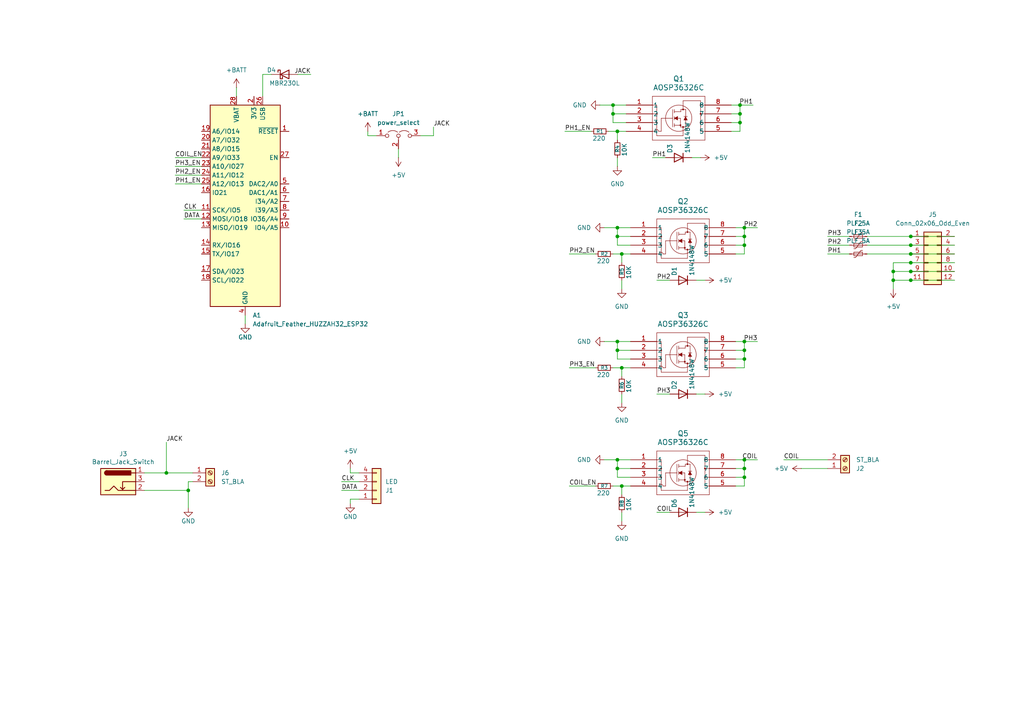
<source format=kicad_sch>
(kicad_sch (version 20250114) (generator "eeschema") (generator_version "9.0")
  (paper "A4")
  (lib_symbols
    (symbol "2025-12-12_04-05-23:AOSP36326C" (pin_names (offset 0.254))
      (property "Reference" "Q" (at 15.24 7.62 0))
      (property "Value" "AOSP36326C" (at 15.24 5.08 0))
      (symbol "AOSP36326C_0_1"
        (polyline (pts (xy 7.62 2.54) (xy 7.62 -10.16)) (stroke (width 0.127)))
        (polyline (pts (xy 7.62 0) (xy 8.89 0)) (stroke (width 0.127)))
        (polyline (pts (xy 7.62 -2.54) (xy 8.89 -2.54)) (stroke (width 0.127)))
        (polyline (pts (xy 7.62 -5.08) (xy 8.89 -5.08)) (stroke (width 0.127)))
        (polyline (pts (xy 7.62 -7.62) (xy 8.382 -7.62)) (stroke (width 0.127)))
        (polyline (pts (xy 7.62 -10.16) (xy 22.86 -10.16)) (stroke (width 0.127)))
        (polyline (pts (xy 8.89 0) (xy 8.89 -8.89)) (stroke (width 0.127)))
        (circle (center 8.89 -2.54) (radius 0.127) (stroke (width 0.254)))
        (circle (center 8.89 -5.08) (radius 0.127) (stroke (width 0.254)))
        (arc (start 8.382 -7.62) (mid 8.89 -7.1142) (end 9.398 -7.62) (stroke (width 0.127)))
        (polyline (pts (xy 8.89 -8.89) (xy 16.51 -8.89)) (stroke (width 0.127)))
        (polyline (pts (xy 10.16 -3.81) (xy 10.16 -7.62)) (stroke (width 0.127)))
        (polyline (pts (xy 10.16 -3.81) (xy 13.462 -3.81)) (stroke (width 0.127)))
        (polyline (pts (xy 10.16 -7.62) (xy 9.398 -7.62)) (stroke (width 0.127)))
        (polyline (pts (xy 13.462 -6.35) (xy 13.462 -1.27)) (stroke (width 0.127)))
        (polyline (pts (xy 13.97 -1.905) (xy 15.875 -1.905)) (stroke (width 0.127)))
        (polyline (pts (xy 13.97 -2.286) (xy 13.97 -1.27)) (stroke (width 0.127)))
        (polyline (pts (xy 13.97 -4.318) (xy 13.97 -3.302)) (stroke (width 0.127)))
        (polyline (pts (xy 13.97 -5.842) (xy 15.748 -5.842)) (stroke (width 0.127)))
        (polyline (pts (xy 13.97 -6.35) (xy 13.97 -5.334)) (stroke (width 0.127)))
        (polyline (pts (xy 14.986 -3.302) (xy 13.97 -3.81) (xy 14.986 -4.318)) (fill (type outline)))
        (polyline (pts (xy 14.986 -3.81) (xy 15.748 -3.81)) (stroke (width 0.127)))
        (circle (center 15.24 -3.81) (radius 3.81) (stroke (width 0.127)))
        (circle (center 15.748 -5.842) (radius 0.127) (stroke (width 0.254)))
        (polyline (pts (xy 15.748 -6.35) (xy 15.748 -3.81)) (stroke (width 0.127)))
        (polyline (pts (xy 15.748 -6.35) (xy 17.272 -6.35)) (stroke (width 0.127)))
        (polyline (pts (xy 15.875 -1.27) (xy 17.272 -1.27)) (stroke (width 0.127)))
        (polyline (pts (xy 15.875 -1.905) (xy 15.875 -1.27)) (stroke (width 0.127)))
        (polyline (pts (xy 16.51 1.27) (xy 16.51 -1.27)) (stroke (width 0.127)))
        (circle (center 16.51 -1.27) (radius 0.127) (stroke (width 0.254)))
        (circle (center 16.51 -6.35) (radius 0.127) (stroke (width 0.254)))
        (polyline (pts (xy 16.51 -8.89) (xy 16.51 -6.35)) (stroke (width 0.127)))
        (polyline (pts (xy 17.272 -3.302) (xy 17.272 -1.27)) (stroke (width 0.127)))
        (polyline (pts (xy 17.272 -6.35) (xy 17.272 -4.318)) (stroke (width 0.127)))
        (polyline (pts (xy 17.78 -3.302) (xy 16.764 -3.302)) (stroke (width 0.127)))
        (polyline (pts (xy 17.78 -4.318) (xy 16.764 -4.318) (xy 17.272 -3.302)) (fill (type outline)))
        (polyline (pts (xy 21.59 1.27) (xy 16.51 1.27)) (stroke (width 0.127)))
        (circle (center 21.59 0) (radius 0.127) (stroke (width 0.254)))
        (circle (center 21.59 -2.54) (radius 0.127) (stroke (width 0.254)))
        (circle (center 21.59 -5.08) (radius 0.127) (stroke (width 0.254)))
        (polyline (pts (xy 21.59 -7.62) (xy 21.59 1.27)) (stroke (width 0.127)))
        (polyline (pts (xy 22.86 2.54) (xy 7.62 2.54)) (stroke (width 0.127)))
        (polyline (pts (xy 22.86 0) (xy 21.59 0)) (stroke (width 0.127)))
        (polyline (pts (xy 22.86 -2.54) (xy 21.59 -2.54)) (stroke (width 0.127)))
        (polyline (pts (xy 22.86 -5.08) (xy 21.59 -5.08)) (stroke (width 0.127)))
        (polyline (pts (xy 22.86 -7.62) (xy 21.59 -7.62)) (stroke (width 0.127)))
        (polyline (pts (xy 22.86 -10.16) (xy 22.86 2.54)) (stroke (width 0.127)))
        (pin unspecified line (at 0 0 0) (length 7.62) (name "1") (number "1"))
        (pin unspecified line (at 0 -2.54 0) (length 7.62) (name "2") (number "2"))
        (pin unspecified line (at 0 -5.08 0) (length 7.62) (name "3") (number "3"))
        (pin unspecified line (at 0 -7.62 0) (length 7.62) (name "4") (number "4"))
        (pin unspecified line (at 30.48 0 180) (length 7.62) (name "8") (number "8"))
        (pin unspecified line (at 30.48 -2.54 180) (length 7.62) (name "7") (number "7"))
        (pin unspecified line (at 30.48 -5.08 180) (length 7.62) (name "6") (number "6"))
        (pin unspecified line (at 30.48 -7.62 180) (length 7.62) (name "5") (number "5"))
      )
    )
    (symbol "Connector:Barrel_Jack_Switch" (pin_names (hide yes))
      (property "Reference" "J" (at 0 5.334 0))
      (property "Value" "Barrel_Jack_Switch" (at 0 -5.08 0))
      (symbol "Barrel_Jack_Switch_0_1"
        (rectangle (start -5.08 3.81) (end 5.08 -3.81) (stroke (width 0.254)) (fill (type background)))
        (polyline (pts (xy -3.81 -2.54) (xy -2.54 -2.54) (xy -1.27 -1.27) (xy 0 -2.54) (xy 2.54 -2.54) (xy 5.08 -2.54)) (stroke (width 0.254)))
        (arc (start -3.302 1.905) (mid -3.9343 2.54) (end -3.302 3.175) (stroke (width 0.254)))
        (arc (start -3.302 1.905) (mid -3.9343 2.54) (end -3.302 3.175) (stroke (width 0.254)) (fill (type outline)))
        (polyline (pts (xy 1.27 -2.286) (xy 1.905 -1.651)) (stroke (width 0.254)))
        (rectangle (start 3.683 3.175) (end -3.302 1.905) (stroke (width 0.254)) (fill (type outline)))
        (polyline (pts (xy 5.08 2.54) (xy 3.81 2.54)) (stroke (width 0.254)))
        (polyline (pts (xy 5.08 0) (xy 1.27 0) (xy 1.27 -2.286) (xy 0.635 -1.651)) (stroke (width 0.254)))
      )
      (symbol "Barrel_Jack_Switch_1_1"
        (pin passive line (at 7.62 2.54 180) (length 2.54) (name "~") (number "1"))
        (pin passive line (at 7.62 0 180) (length 2.54) (name "~") (number "3"))
        (pin passive line (at 7.62 -2.54 180) (length 2.54) (name "~") (number "2"))
      )
    )
    (symbol "Connector:Screw_Terminal_01x02" (pin_names (offset 1.016) (hide yes))
      (property "Reference" "J" (at 0 2.54 0))
      (property "Value" "Screw_Terminal_01x02" (at 0 -5.08 0))
      (symbol "Screw_Terminal_01x02_1_1"
        (rectangle (start -1.27 1.27) (end 1.27 -3.81) (stroke (width 0.254)) (fill (type background)))
        (polyline (pts (xy -0.5334 0.3302) (xy 0.3302 -0.508)) (stroke (width 0.1524)))
        (polyline (pts (xy -0.5334 -2.2098) (xy 0.3302 -3.048)) (stroke (width 0.1524)))
        (polyline (pts (xy -0.3556 0.508) (xy 0.508 -0.3302)) (stroke (width 0.1524)))
        (polyline (pts (xy -0.3556 -2.032) (xy 0.508 -2.8702)) (stroke (width 0.1524)))
        (circle (center 0 0) (radius 0.635) (stroke (width 0.1524)))
        (circle (center 0 -2.54) (radius 0.635) (stroke (width 0.1524)))
        (pin passive line (at -5.08 0 0) (length 3.81) (name "Pin_1") (number "1"))
        (pin passive line (at -5.08 -2.54 0) (length 3.81) (name "Pin_2") (number "2"))
      )
    )
    (symbol "Connector_Generic:Conn_01x04" (pin_names (offset 1.016) (hide yes))
      (property "Reference" "J" (at 0 5.08 0))
      (property "Value" "Conn_01x04" (at 0 -7.62 0))
      (symbol "Conn_01x04_1_1"
        (rectangle (start -1.27 3.81) (end 1.27 -6.35) (stroke (width 0.254)) (fill (type background)))
        (rectangle (start -1.27 2.667) (end 0 2.413) (stroke (width 0.1524)))
        (rectangle (start -1.27 0.127) (end 0 -0.127) (stroke (width 0.1524)))
        (rectangle (start -1.27 -2.413) (end 0 -2.667) (stroke (width 0.1524)))
        (rectangle (start -1.27 -4.953) (end 0 -5.207) (stroke (width 0.1524)))
        (pin passive line (at -5.08 2.54 0) (length 3.81) (name "Pin_1") (number "1"))
        (pin passive line (at -5.08 0 0) (length 3.81) (name "Pin_2") (number "2"))
        (pin passive line (at -5.08 -2.54 0) (length 3.81) (name "Pin_3") (number "3"))
        (pin passive line (at -5.08 -5.08 0) (length 3.81) (name "Pin_4") (number "4"))
      )
    )
    (symbol "Connector_Generic:Conn_02x06_Odd_Even" (pin_names (offset 1.016) (hide yes))
      (property "Reference" "J" (at 1.27 7.62 0))
      (property "Value" "Conn_02x06_Odd_Even" (at 1.27 -10.16 0))
      (symbol "Conn_02x06_Odd_Even_1_1"
        (rectangle (start -1.27 6.35) (end 3.81 -8.89) (stroke (width 0.254)) (fill (type background)))
        (rectangle (start -1.27 5.207) (end 0 4.953) (stroke (width 0.1524)))
        (rectangle (start -1.27 2.667) (end 0 2.413) (stroke (width 0.1524)))
        (rectangle (start -1.27 0.127) (end 0 -0.127) (stroke (width 0.1524)))
        (rectangle (start -1.27 -2.413) (end 0 -2.667) (stroke (width 0.1524)))
        (rectangle (start -1.27 -4.953) (end 0 -5.207) (stroke (width 0.1524)))
        (rectangle (start -1.27 -7.493) (end 0 -7.747) (stroke (width 0.1524)))
        (rectangle (start 3.81 5.207) (end 2.54 4.953) (stroke (width 0.1524)))
        (rectangle (start 3.81 2.667) (end 2.54 2.413) (stroke (width 0.1524)))
        (rectangle (start 3.81 0.127) (end 2.54 -0.127) (stroke (width 0.1524)))
        (rectangle (start 3.81 -2.413) (end 2.54 -2.667) (stroke (width 0.1524)))
        (rectangle (start 3.81 -4.953) (end 2.54 -5.207) (stroke (width 0.1524)))
        (rectangle (start 3.81 -7.493) (end 2.54 -7.747) (stroke (width 0.1524)))
        (pin passive line (at -5.08 5.08 0) (length 3.81) (name "Pin_1") (number "1"))
        (pin passive line (at -5.08 2.54 0) (length 3.81) (name "Pin_3") (number "3"))
        (pin passive line (at -5.08 0 0) (length 3.81) (name "Pin_5") (number "5"))
        (pin passive line (at -5.08 -2.54 0) (length 3.81) (name "Pin_7") (number "7"))
        (pin passive line (at -5.08 -5.08 0) (length 3.81) (name "Pin_9") (number "9"))
        (pin passive line (at -5.08 -7.62 0) (length 3.81) (name "Pin_11") (number "11"))
        (pin passive line (at 7.62 5.08 180) (length 3.81) (name "Pin_2") (number "2"))
        (pin passive line (at 7.62 2.54 180) (length 3.81) (name "Pin_4") (number "4"))
        (pin passive line (at 7.62 0 180) (length 3.81) (name "Pin_6") (number "6"))
        (pin passive line (at 7.62 -2.54 180) (length 3.81) (name "Pin_8") (number "8"))
        (pin passive line (at 7.62 -5.08 180) (length 3.81) (name "Pin_10") (number "10"))
        (pin passive line (at 7.62 -7.62 180) (length 3.81) (name "Pin_12") (number "12"))
      )
    )
    (symbol "Device:D" (pin_numbers (hide yes)) (pin_names (offset 1.016) (hide yes))
      (property "Reference" "D" (at 0 2.54 0))
      (property "Value" "D" (at 0 -2.54 0))
      (symbol "D_0_1"
        (polyline (pts (xy -1.27 1.27) (xy -1.27 -1.27)) (stroke (width 0.254)))
        (polyline (pts (xy 1.27 1.27) (xy 1.27 -1.27) (xy -1.27 0) (xy 1.27 1.27)) (stroke (width 0.254)))
        (polyline (pts (xy 1.27 0) (xy -1.27 0)))
      )
      (symbol "D_1_1"
        (pin passive line (at -3.81 0 0) (length 2.54) (name "K") (number "1"))
        (pin passive line (at 3.81 0 180) (length 2.54) (name "A") (number "2"))
      )
    )
    (symbol "Device:D_Schottky" (pin_numbers (hide yes)) (pin_names (offset 1.016) (hide yes))
      (property "Reference" "D" (at 0 2.54 0))
      (property "Value" "D_Schottky" (at 0 -2.54 0))
      (symbol "D_Schottky_0_1"
        (polyline (pts (xy -1.905 0.635) (xy -1.905 1.27) (xy -1.27 1.27) (xy -1.27 -1.27) (xy -0.635 -1.27) (xy -0.635 -0.635)) (stroke (width 0.254)))
        (polyline (pts (xy 1.27 1.27) (xy 1.27 -1.27) (xy -1.27 0) (xy 1.27 1.27)) (stroke (width 0.254)))
        (polyline (pts (xy 1.27 0) (xy -1.27 0)))
      )
      (symbol "D_Schottky_1_1"
        (pin passive line (at -3.81 0 0) (length 2.54) (name "K") (number "1"))
        (pin passive line (at 3.81 0 180) (length 2.54) (name "A") (number "2"))
      )
    )
    (symbol "Device:Polyfuse_Small" (pin_numbers (hide yes)) (pin_names (offset 0))
      (property "Reference" "F" (at -1.905 0 90))
      (property "Value" "Polyfuse_Small" (at 1.905 0 90))
      (symbol "Polyfuse_Small_0_1"
        (polyline (pts (xy -1.016 1.27) (xy -1.016 0.762) (xy 1.016 -0.762) (xy 1.016 -1.27)))
        (rectangle (start -0.508 1.27) (end 0.508 -1.27))
        (polyline (pts (xy 0 2.54) (xy 0 -2.54)))
      )
      (symbol "Polyfuse_Small_1_1"
        (pin passive line (at 0 2.54 270) (length 0.635) (name "~") (number "1"))
        (pin passive line (at 0 -2.54 90) (length 0.635) (name "~") (number "2"))
      )
    )
    (symbol "Device:R_Small" (pin_numbers (hide yes)) (pin_names (offset 0.254) (hide yes))
      (property "Reference" "R" (at 0 0 90))
      (property "Value" "R_Small" (at 1.778 0 90))
      (symbol "R_Small_0_1"
        (rectangle (start -0.762 1.778) (end 0.762 -1.778) (stroke (width 0.2032)))
      )
      (symbol "R_Small_1_1"
        (pin passive line (at 0 2.54 270) (length 0.762) (name "~") (number "1"))
        (pin passive line (at 0 -2.54 90) (length 0.762) (name "~") (number "2"))
      )
    )
    (symbol "Jumper:Jumper_3_Open" (pin_names (offset 0) (hide yes)) (in_bom no)
      (property "Reference" "JP" (at -2.54 -2.54 0))
      (property "Value" "Jumper_3_Open" (at 0 2.794 0))
      (symbol "Jumper_3_Open_0_0"
        (circle (center -3.302 0) (radius 0.508))
        (circle (center 0 0) (radius 0.508))
        (circle (center 3.302 0) (radius 0.508))
      )
      (symbol "Jumper_3_Open_0_1"
        (arc (start -3.048 1.016) (mid -1.651 1.4992) (end -0.254 1.016))
        (polyline (pts (xy 0 -0.508) (xy 0 -1.27)))
        (arc (start 0.254 1.016) (mid 1.651 1.4992) (end 3.048 1.016))
      )
      (symbol "Jumper_3_Open_1_1"
        (pin passive line (at -6.35 0 0) (length 2.54) (name "A") (number "1"))
        (pin passive line (at 0 -3.81 90) (length 2.54) (name "C") (number "2"))
        (pin passive line (at 6.35 0 180) (length 2.54) (name "B") (number "3"))
      )
    )
    (symbol "MCU_Module:Adafruit_Feather_HUZZAH32_ESP32"
      (property "Reference" "A" (at -10.16 29.21 0))
      (property "Value" "Adafruit_Feather_HUZZAH32_ESP32" (at 2.54 -31.75 0))
      (symbol "Adafruit_Feather_HUZZAH32_ESP32_0_1"
        (rectangle (start -10.16 27.94) (end 10.16 -30.48) (stroke (width 0.254)) (fill (type background)))
      )
      (symbol "Adafruit_Feather_HUZZAH32_ESP32_1_1"
        (pin bidirectional line (at -12.7 20.32 0) (length 2.54) (name "A6/IO14") (number "19"))
        (pin bidirectional line (at -12.7 17.78 0) (length 2.54) (name "A7/IO32") (number "20"))
        (pin bidirectional line (at -12.7 15.24 0) (length 2.54) (name "A8/IO15") (number "21"))
        (pin bidirectional line (at -12.7 12.7 0) (length 2.54) (name "A9/IO33") (number "22"))
        (pin bidirectional line (at -12.7 10.16 0) (length 2.54) (name "A10/IO27") (number "23"))
        (pin bidirectional line (at -12.7 7.62 0) (length 2.54) (name "A11/IO12") (number "24"))
        (pin bidirectional line (at -12.7 5.08 0) (length 2.54) (name "A12/IO13") (number "25"))
        (pin bidirectional line (at -12.7 2.54 0) (length 2.54) (name "IO21") (number "16"))
        (pin bidirectional line (at -12.7 -2.54 0) (length 2.54) (name "SCK/IO5") (number "11"))
        (pin bidirectional line (at -12.7 -5.08 0) (length 2.54) (name "MOSI/IO18") (number "12"))
        (pin bidirectional line (at -12.7 -7.62 0) (length 2.54) (name "MISO/IO19") (number "13"))
        (pin bidirectional line (at -12.7 -12.7 0) (length 2.54) (name "RX/IO16") (number "14"))
        (pin bidirectional line (at -12.7 -15.24 0) (length 2.54) (name "TX/IO17") (number "15"))
        (pin bidirectional line (at -12.7 -20.32 0) (length 2.54) (name "SDA/IO23") (number "17"))
        (pin bidirectional line (at -12.7 -22.86 0) (length 2.54) (name "SCL/IO22") (number "18"))
        (pin power_in line (at -2.54 30.48 270) (length 2.54) (name "VBAT") (number "28"))
        (pin power_in line (at 0 -33.02 90) (length 2.54) (name "GND") (number "4"))
        (pin power_in line (at 2.54 30.48 270) (length 2.54) (name "3V3") (number "2"))
        (pin power_in line (at 5.08 30.48 270) (length 2.54) (name "USB") (number "26"))
        (pin no_connect line (at 10.16 10.16 180) (length 2.54) (hide yes) (name "NC") (number "3"))
        (pin input line (at 12.7 20.32 180) (length 2.54) (name "~{RESET}") (number "1"))
        (pin input line (at 12.7 12.7 180) (length 2.54) (name "EN") (number "27"))
        (pin bidirectional line (at 12.7 5.08 180) (length 2.54) (name "DAC2/A0") (number "5"))
        (pin bidirectional line (at 12.7 2.54 180) (length 2.54) (name "DAC1/A1") (number "6"))
        (pin bidirectional line (at 12.7 0 180) (length 2.54) (name "I34/A2") (number "7"))
        (pin bidirectional line (at 12.7 -2.54 180) (length 2.54) (name "I39/A3") (number "8"))
        (pin bidirectional line (at 12.7 -5.08 180) (length 2.54) (name "IO36/A4") (number "9"))
        (pin bidirectional line (at 12.7 -7.62 180) (length 2.54) (name "IO4/A5") (number "10"))
      )
    )
    (symbol "power:+5V" (power) (pin_numbers (hide yes)) (pin_names (offset 0) (hide yes))
      (property "Value" "+5V" (at 0 3.556 0))
      (symbol "+5V_0_1"
        (polyline (pts (xy -0.762 1.27) (xy 0 2.54)))
        (polyline (pts (xy 0 2.54) (xy 0.762 1.27)))
        (polyline (pts (xy 0 0) (xy 0 2.54)))
      )
      (symbol "+5V_1_1"
        (pin power_in line (at 0 0 90) (length 0) (name "~") (number "1"))
      )
    )
    (symbol "power:+BATT" (power) (pin_numbers (hide yes)) (pin_names (offset 0) (hide yes))
      (property "Value" "+BATT" (at 0 3.556 0))
      (symbol "+BATT_0_1"
        (polyline (pts (xy -0.762 1.27) (xy 0 2.54)))
        (polyline (pts (xy 0 2.54) (xy 0.762 1.27)))
        (polyline (pts (xy 0 0) (xy 0 2.54)))
      )
      (symbol "+BATT_1_1"
        (pin power_in line (at 0 0 90) (length 0) (name "~") (number "1"))
      )
    )
    (symbol "power:GND" (power) (pin_numbers (hide yes)) (pin_names (offset 0) (hide yes))
      (property "Value" "GND" (at 0 -3.81 0))
      (symbol "GND_0_1"
        (polyline (pts (xy 0 0) (xy 0 -1.27) (xy 1.27 -1.27) (xy 0 -2.54) (xy -1.27 -1.27) (xy 0 -1.27)))
      )
      (symbol "GND_1_1"
        (pin power_in line (at 0 0 270) (length 0) (name "~") (number "1"))
      )
    )
  )
  (junction (at 180.34 140.97))
  (junction (at 215.9 68.58))
  (junction (at 264.16 81.28))
  (junction (at 215.9 66.04))
  (junction (at 48.26 137.16))
  (junction (at 214.63 33.02))
  (junction (at 215.9 133.35))
  (junction (at 177.8 33.02))
  (junction (at 215.9 101.6))
  (junction (at 215.9 71.12))
  (junction (at 180.34 106.68))
  (junction (at 259.08 78.74))
  (junction (at 215.9 135.89))
  (junction (at 259.08 81.28))
  (junction (at 264.16 68.58))
  (junction (at 214.63 30.48))
  (junction (at 264.16 78.74))
  (junction (at 54.61 142.24))
  (junction (at 215.9 99.06))
  (junction (at 264.16 71.12))
  (junction (at 179.07 101.6))
  (junction (at 179.07 68.58))
  (junction (at 215.9 104.14))
  (junction (at 179.07 66.04))
  (junction (at 177.8 30.48))
  (junction (at 179.07 99.06))
  (junction (at 179.07 133.35))
  (junction (at 215.9 138.43))
  (junction (at 179.07 38.1))
  (junction (at 264.16 73.66))
  (junction (at 264.16 76.2))
  (junction (at 214.63 35.56))
  (junction (at 180.34 73.66))
  (junction (at 179.07 135.89))
  (wire (pts (xy 41.91 142.24) (xy 54.61 142.24)))
  (wire (pts (xy 54.61 142.24) (xy 54.61 147.32)))
  (wire (pts (xy 177.8 140.97) (xy 180.34 140.97)))
  (wire (pts (xy 53.34 60.96) (xy 58.42 60.96)))
  (wire (pts (xy 179.07 99.06) (xy 182.88 99.06)))
  (wire (pts (xy 175.26 66.04) (xy 179.07 66.04)))
  (wire (pts (xy 180.34 140.97) (xy 180.34 143.51)))
  (wire (pts (xy 101.6 144.78) (xy 101.6 146.05)))
  (wire (pts (xy 179.07 38.1) (xy 179.07 40.64)))
  (wire (pts (xy 106.68 39.37) (xy 106.68 38.1)))
  (wire (pts (xy 240.03 73.66) (xy 246.38 73.66)))
  (wire (pts (xy 190.5 148.59) (xy 194.31 148.59)))
  (wire (pts (xy 175.26 133.35) (xy 179.07 133.35)))
  (wire (pts (xy 179.07 38.1) (xy 181.61 38.1)))
  (wire (pts (xy 179.07 135.89) (xy 179.07 133.35)))
  (wire (pts (xy 240.03 71.12) (xy 246.38 71.12)))
  (wire (pts (xy 201.93 148.59) (xy 204.47 148.59)))
  (wire (pts (xy 214.63 35.56) (xy 214.63 33.02)))
  (wire (pts (xy 213.36 71.12) (xy 215.9 71.12)))
  (wire (pts (xy 213.36 133.35) (xy 215.9 133.35)))
  (wire (pts (xy 177.8 30.48) (xy 181.61 30.48)))
  (wire (pts (xy 180.34 73.66) (xy 180.34 76.2)))
  (wire (pts (xy 176.53 38.1) (xy 179.07 38.1)))
  (wire (pts (xy 177.8 35.56) (xy 177.8 33.02)))
  (wire (pts (xy 99.06 139.7) (xy 104.14 139.7)))
  (wire (pts (xy 54.61 139.7) (xy 54.61 142.24)))
  (wire (pts (xy 251.46 73.66) (xy 264.16 73.66)))
  (wire (pts (xy 179.07 135.89) (xy 182.88 135.89)))
  (wire (pts (xy 212.09 33.02) (xy 214.63 33.02)))
  (wire (pts (xy 215.9 140.97) (xy 215.9 138.43)))
  (wire (pts (xy 68.58 25.4) (xy 68.58 27.94)))
  (wire (pts (xy 259.08 76.2) (xy 259.08 78.74)))
  (wire (pts (xy 212.09 38.1) (xy 214.63 38.1)))
  (wire (pts (xy 115.57 43.18) (xy 115.57 45.72)))
  (wire (pts (xy 182.88 104.14) (xy 179.07 104.14)))
  (wire (pts (xy 227.33 133.35) (xy 240.03 133.35)))
  (wire (pts (xy 213.36 68.58) (xy 215.9 68.58)))
  (wire (pts (xy 180.34 73.66) (xy 182.88 73.66)))
  (wire (pts (xy 101.6 137.16) (xy 101.6 135.89)))
  (wire (pts (xy 50.8 45.72) (xy 58.42 45.72)))
  (wire (pts (xy 165.1 140.97) (xy 172.72 140.97)))
  (wire (pts (xy 125.73 39.37) (xy 125.73 36.83)))
  (wire (pts (xy 264.16 73.66) (xy 276.86 73.66)))
  (wire (pts (xy 212.09 30.48) (xy 214.63 30.48)))
  (wire (pts (xy 215.9 66.04) (xy 219.71 66.04)))
  (wire (pts (xy 180.34 81.28) (xy 180.34 83.82)))
  (wire (pts (xy 215.9 73.66) (xy 215.9 71.12)))
  (wire (pts (xy 76.2 21.59) (xy 78.74 21.59)))
  (wire (pts (xy 215.9 101.6) (xy 215.9 99.06)))
  (wire (pts (xy 179.07 133.35) (xy 182.88 133.35)))
  (wire (pts (xy 180.34 106.68) (xy 182.88 106.68)))
  (wire (pts (xy 213.36 73.66) (xy 215.9 73.66)))
  (wire (pts (xy 104.14 144.78) (xy 101.6 144.78)))
  (wire (pts (xy 99.06 142.24) (xy 104.14 142.24)))
  (wire (pts (xy 179.07 101.6) (xy 179.07 99.06)))
  (wire (pts (xy 86.36 21.59) (xy 90.17 21.59)))
  (wire (pts (xy 213.36 101.6) (xy 215.9 101.6)))
  (wire (pts (xy 213.36 138.43) (xy 215.9 138.43)))
  (wire (pts (xy 214.63 33.02) (xy 214.63 30.48)))
  (wire (pts (xy 179.07 45.72) (xy 179.07 48.26)))
  (wire (pts (xy 189.23 45.72) (xy 193.04 45.72)))
  (wire (pts (xy 259.08 78.74) (xy 264.16 78.74)))
  (wire (pts (xy 180.34 148.59) (xy 180.34 151.13)))
  (wire (pts (xy 215.9 135.89) (xy 215.9 133.35)))
  (wire (pts (xy 179.07 138.43) (xy 179.07 135.89)))
  (wire (pts (xy 50.8 50.8) (xy 58.42 50.8)))
  (wire (pts (xy 214.63 38.1) (xy 214.63 35.56)))
  (wire (pts (xy 215.9 68.58) (xy 215.9 66.04)))
  (wire (pts (xy 54.61 139.7) (xy 55.88 139.7)))
  (wire (pts (xy 71.12 91.44) (xy 71.12 93.98)))
  (wire (pts (xy 251.46 68.58) (xy 264.16 68.58)))
  (wire (pts (xy 179.07 68.58) (xy 179.07 66.04)))
  (wire (pts (xy 215.9 133.35) (xy 219.71 133.35)))
  (wire (pts (xy 264.16 81.28) (xy 276.86 81.28)))
  (wire (pts (xy 48.26 128.27) (xy 48.26 137.16)))
  (wire (pts (xy 41.91 137.16) (xy 48.26 137.16)))
  (wire (pts (xy 179.07 101.6) (xy 182.88 101.6)))
  (wire (pts (xy 213.36 140.97) (xy 215.9 140.97)))
  (wire (pts (xy 165.1 73.66) (xy 172.72 73.66)))
  (wire (pts (xy 50.8 53.34) (xy 58.42 53.34)))
  (wire (pts (xy 190.5 114.3) (xy 194.31 114.3)))
  (wire (pts (xy 215.9 106.68) (xy 215.9 104.14)))
  (wire (pts (xy 180.34 140.97) (xy 182.88 140.97)))
  (wire (pts (xy 104.14 137.16) (xy 101.6 137.16)))
  (wire (pts (xy 179.07 71.12) (xy 179.07 68.58)))
  (wire (pts (xy 259.08 81.28) (xy 259.08 83.82)))
  (wire (pts (xy 177.8 73.66) (xy 180.34 73.66)))
  (wire (pts (xy 179.07 104.14) (xy 179.07 101.6)))
  (wire (pts (xy 173.99 30.48) (xy 177.8 30.48)))
  (wire (pts (xy 76.2 27.94) (xy 76.2 21.59)))
  (wire (pts (xy 201.93 114.3) (xy 204.47 114.3)))
  (wire (pts (xy 121.92 39.37) (xy 125.73 39.37)))
  (wire (pts (xy 232.41 135.89) (xy 240.03 135.89)))
  (wire (pts (xy 163.83 38.1) (xy 171.45 38.1)))
  (wire (pts (xy 201.93 81.28) (xy 204.47 81.28)))
  (wire (pts (xy 190.5 81.28) (xy 194.31 81.28)))
  (wire (pts (xy 213.36 106.68) (xy 215.9 106.68)))
  (wire (pts (xy 264.16 71.12) (xy 276.86 71.12)))
  (wire (pts (xy 251.46 71.12) (xy 264.16 71.12)))
  (wire (pts (xy 264.16 78.74) (xy 276.86 78.74)))
  (wire (pts (xy 240.03 68.58) (xy 246.38 68.58)))
  (wire (pts (xy 182.88 71.12) (xy 179.07 71.12)))
  (wire (pts (xy 212.09 35.56) (xy 214.63 35.56)))
  (wire (pts (xy 215.9 71.12) (xy 215.9 68.58)))
  (wire (pts (xy 213.36 66.04) (xy 215.9 66.04)))
  (wire (pts (xy 215.9 138.43) (xy 215.9 135.89)))
  (wire (pts (xy 182.88 138.43) (xy 179.07 138.43)))
  (wire (pts (xy 259.08 81.28) (xy 264.16 81.28)))
  (wire (pts (xy 214.63 30.48) (xy 218.44 30.48)))
  (wire (pts (xy 175.26 99.06) (xy 179.07 99.06)))
  (wire (pts (xy 50.8 48.26) (xy 58.42 48.26)))
  (wire (pts (xy 276.86 76.2) (xy 264.16 76.2)))
  (wire (pts (xy 179.07 66.04) (xy 182.88 66.04)))
  (wire (pts (xy 177.8 33.02) (xy 181.61 33.02)))
  (wire (pts (xy 109.22 39.37) (xy 106.68 39.37)))
  (wire (pts (xy 264.16 68.58) (xy 276.86 68.58)))
  (wire (pts (xy 215.9 104.14) (xy 215.9 101.6)))
  (wire (pts (xy 181.61 35.56) (xy 177.8 35.56)))
  (wire (pts (xy 177.8 33.02) (xy 177.8 30.48)))
  (wire (pts (xy 180.34 106.68) (xy 180.34 109.22)))
  (wire (pts (xy 48.26 137.16) (xy 55.88 137.16)))
  (wire (pts (xy 165.1 106.68) (xy 172.72 106.68)))
  (wire (pts (xy 215.9 99.06) (xy 219.71 99.06)))
  (wire (pts (xy 213.36 135.89) (xy 215.9 135.89)))
  (wire (pts (xy 264.16 76.2) (xy 259.08 76.2)))
  (wire (pts (xy 179.07 68.58) (xy 182.88 68.58)))
  (wire (pts (xy 177.8 106.68) (xy 180.34 106.68)))
  (wire (pts (xy 180.34 114.3) (xy 180.34 116.84)))
  (wire (pts (xy 259.08 78.74) (xy 259.08 81.28)))
  (wire (pts (xy 213.36 99.06) (xy 215.9 99.06)))
  (wire (pts (xy 200.66 45.72) (xy 203.2 45.72)))
  (wire (pts (xy 213.36 104.14) (xy 215.9 104.14)))
  (wire (pts (xy 53.34 63.5) (xy 58.42 63.5)))
  (label "COIL_EN" (at 50.8 45.72 0))
  (label "PH1" (at 240.03 73.66 0))
  (label "PH1_EN" (at 50.8 53.34 0))
  (label "COIL" (at 190.5 148.59 0))
  (label "PH3_EN" (at 50.8 48.26 0))
  (label "PH1" (at 218.44 30.48 180))
  (label "COIL" (at 227.33 133.35 0))
  (label "DATA" (at 99.06 142.24 0))
  (label "PH3_EN" (at 165.1 106.68 0))
  (label "PH3" (at 219.71 99.06 180))
  (label "PH2" (at 190.5 81.28 0))
  (label "PH3" (at 240.03 68.58 0))
  (label "PH3" (at 190.5 114.3 0))
  (label "COIL" (at 219.71 133.35 180))
  (label "CLK" (at 53.34 60.96 0))
  (label "PH1_EN" (at 163.83 38.1 0))
  (label "CLK" (at 99.06 139.7 0))
  (label "DATA" (at 53.34 63.5 0))
  (label "PH1" (at 189.23 45.72 0))
  (label "JACK" (at 48.26 128.27 0))
  (label "PH2_EN" (at 50.8 50.8 0))
  (label "JACK" (at 125.73 36.83 0))
  (label "PH2" (at 219.71 66.04 180))
  (label "COIL_EN" (at 165.1 140.97 0))
  (label "JACK" (at 90.17 21.59 180))
  (label "PH2_EN" (at 165.1 73.66 0))
  (label "PH2" (at 240.03 71.12 0))
  (symbol (lib_id "power:GND") (at 54.61 147.32 0) (unit 1)
    (property "Reference" "#PWR0113" (effects (hide yes)))
    (property "Value" "GND" (at 54.61 151.13 0))
  )
  (symbol (lib_id "Device:R_Small") (at 175.26 106.68 90) (unit 1)
    (property "Reference" "R3" (at 175.26 106.68 90) (effects (font (size 1.016 1.016))))
    (property "Value" "220" (at 175.006 108.712 90))
    (property "Footprint" "Resistor_SMD:R_0805_2012Metric" (effects (hide yes)))
    (property "Description" "Resistor, small symbol" (effects (hide yes)))
    (property "Digikey Part No." "YAG3711CT-ND" (effects (hide yes)))
  )
  (symbol (lib_id "Device:R_Small") (at 175.26 140.97 90) (unit 1)
    (property "Reference" "R7" (at 175.26 140.97 90) (effects (font (size 1.016 1.016))))
    (property "Value" "220" (at 175.006 143.002 90))
    (property "Footprint" "Resistor_SMD:R_0805_2012Metric" (effects (hide yes)))
    (property "Description" "Resistor, small symbol" (effects (hide yes)))
    (property "Digikey Part No." "YAG3711CT-ND" (effects (hide yes)))
  )
  (symbol (lib_id "power:+5V") (at 259.08 83.82 180) (unit 1)
    (property "Reference" "#PWR08" (effects (hide yes)))
    (property "Value" "+5V" (at 259.08 88.9 0))
    (property "Description" "Power symbol creates a global label with name \"+5V\"" (effects (hide yes)))
  )
  (symbol (lib_id "Device:D") (at 196.85 45.72 180) (unit 1)
    (property "Reference" "D3" (at 194.31 44.45 90) (effects (justify right)))
    (property "Value" "1N4148W" (at 199.39 44.45 90) (effects (justify right)))
    (property "Footprint" "Diode_SMD:D_SOD-123" (effects (hide yes)))
    (property "Digikey Part No." "1N4148W-FDITR-ND" (effects (hide yes)))
  )
  (symbol (lib_id "power:+BATT") (at 106.68 38.1 0) (unit 1)
    (property "Reference" "#PWR016" (effects (hide yes)))
    (property "Value" "+BATT" (at 106.68 33.02 0))
    (property "Description" "Power symbol creates a global label with name \"+BATT\"" (effects (hide yes)))
  )
  (symbol (lib_id "power:GND") (at 175.26 99.06 270) (unit 1)
    (property "Reference" "#PWR06" (effects (hide yes)))
    (property "Value" "GND" (at 171.45 99.0599 90) (effects (justify right)))
    (property "Description" "Power symbol creates a global label with name \"GND\" , ground" (effects (hide yes)))
  )
  (symbol (lib_id "Connector_Generic:Conn_02x06_Odd_Even") (at 269.24 73.66 0) (unit 1)
    (property "Reference" "J5" (at 270.51 62.23 0))
    (property "Value" "Conn_02x06_Odd_Even" (at 270.51 64.77 0))
    (property "Footprint" "Connector_PinHeader_2.54mm:PinHeader_2x06_P2.54mm_Vertical" (effects (hide yes)))
    (property "Description" "Generic connector, double row, 02x06, odd/even pin numbering scheme (row 1 odd numbers, row 2 even numbers), script generated (kicad-library-utils/schlib/autogen/connector/)" (effects (hide yes)))
    (property "Digikey Part No." "2057-PH2-12-UA-ND" (effects (hide yes)))
  )
  (symbol (lib_id "Jumper:Jumper_3_Open") (at 115.57 39.37 0) (unit 1) (in_bom no)
    (property "Reference" "JP1" (at 115.57 33.02 0))
    (property "Value" "power_select" (at 115.57 35.56 0))
    (property "Footprint" "Connector_PinHeader_2.54mm:PinHeader_1x03_P2.54mm_Vertical" (effects (hide yes)))
    (property "Description" "Jumper, 3-pole, both open" (effects (hide yes)))
  )
  (symbol (lib_id "power:GND") (at 180.34 151.13 0) (unit 1)
    (property "Reference" "#PWR014" (effects (hide yes)))
    (property "Value" "GND" (at 180.34 156.21 0))
    (property "Description" "Power symbol creates a global label with name \"GND\" , ground" (effects (hide yes)))
  )
  (symbol (lib_id "power:GND") (at 179.07 48.26 0) (unit 1)
    (property "Reference" "#PWR010" (effects (hide yes)))
    (property "Value" "GND" (at 179.07 53.34 0))
    (property "Description" "Power symbol creates a global label with name \"GND\" , ground" (effects (hide yes)))
  )
  (symbol (lib_id "Device:Polyfuse_Small") (at 248.92 68.58 270) (unit 1)
    (property "Reference" "F1" (at 248.92 62.23 90))
    (property "Value" "PLF_5A" (at 248.92 64.77 90))
    (property "Footprint" "Fuse:Fuse_1210_3225Metric" (effects (hide yes)))
    (property "Digikey Part No." "118-MF-USML300/6-2CT-ND" (effects (hide yes)))
  )
  (symbol (lib_id "Device:R_Small") (at 180.34 146.05 180) (unit 1)
    (property "Reference" "R8" (at 180.34 146.05 90) (effects (font (size 1.016 1.016))))
    (property "Value" "10K" (at 182.372 146.304 90))
    (property "Footprint" "Resistor_SMD:R_0805_2012Metric" (effects (hide yes)))
    (property "Description" "Resistor, small symbol" (effects (hide yes)))
    (property "Digikey Part No." "311-10.0KCRTR-ND" (effects (hide yes)))
  )
  (symbol (lib_id "power:GND") (at 101.6 146.05 0) (unit 1)
    (property "Reference" "#PWR020" (effects (hide yes)))
    (property "Value" "GND" (at 101.6 149.86 0))
  )
  (symbol (lib_id "Device:D") (at 198.12 148.59 180) (unit 1)
    (property "Reference" "D6" (at 195.58 147.32 90) (effects (justify right)))
    (property "Value" "1N4148W" (at 200.66 147.32 90) (effects (justify right)))
    (property "Footprint" "Diode_SMD:D_SOD-123" (effects (hide yes)))
    (property "Digikey Part No." "1N4148W-FDITR-ND" (effects (hide yes)))
  )
  (symbol (lib_id "2025-12-12_04-05-23:AOSP36326C") (at 182.88 133.35 0) (unit 1)
    (property "Reference" "Q5" (at 198.12 125.73 0) (effects (font (size 1.524 1.524))))
    (property "Value" "AOSP36326C" (at 198.12 128.27 0) (effects (font (size 1.524 1.524))))
    (property "Footprint" "SO8SOP-8L_AOS" (effects (hide yes)))
    (property "Datasheet" "AOSP36326C" (effects (hide yes)))
    (property "Digikey Part No." "785-AOSP36326CCT-ND" (effects (hide yes)))
  )
  (symbol (lib_id "power:+5V") (at 204.47 81.28 270) (unit 1)
    (property "Reference" "#PWR05" (effects (hide yes)))
    (property "Value" "+5V" (at 208.28 81.2799 90) (effects (justify left)))
    (property "Description" "Power symbol creates a global label with name \"+5V\"" (effects (hide yes)))
  )
  (symbol (lib_id "power:+5V") (at 204.47 114.3 270) (unit 1)
    (property "Reference" "#PWR07" (effects (hide yes)))
    (property "Value" "+5V" (at 208.28 114.2999 90) (effects (justify left)))
    (property "Description" "Power symbol creates a global label with name \"+5V\"" (effects (hide yes)))
  )
  (symbol (lib_id "power:+5V") (at 101.6 135.89 0) (unit 1)
    (property "Reference" "#PWR019" (effects (hide yes)))
    (property "Value" "+5V" (at 101.6 130.81 0))
    (property "Description" "Power symbol creates a global label with name \"+5V\"" (effects (hide yes)))
  )
  (symbol (lib_id "2025-12-12_04-05-23:AOSP36326C") (at 182.88 66.04 0) (unit 1)
    (property "Reference" "Q2" (at 198.12 58.42 0) (effects (font (size 1.524 1.524))))
    (property "Value" "AOSP36326C" (at 198.12 60.96 0) (effects (font (size 1.524 1.524))))
    (property "Footprint" "SO8SOP-8L_AOS" (effects (hide yes)))
    (property "Datasheet" "AOSP36326C" (effects (hide yes)))
    (property "Digikey Part No." "785-AOSP36326CCT-ND" (effects (hide yes)))
  )
  (symbol (lib_id "Device:R_Small") (at 180.34 78.74 180) (unit 1)
    (property "Reference" "R5" (at 180.34 78.74 90) (effects (font (size 1.016 1.016))))
    (property "Value" "10K" (at 182.372 78.994 90))
    (property "Footprint" "Resistor_SMD:R_0805_2012Metric" (effects (hide yes)))
    (property "Description" "Resistor, small symbol" (effects (hide yes)))
    (property "Digikey Part No." "311-10.0KCRTR-ND" (effects (hide yes)))
  )
  (symbol (lib_id "Device:R_Small") (at 173.99 38.1 90) (unit 1)
    (property "Reference" "R1" (at 173.99 38.1 90) (effects (font (size 1.016 1.016))))
    (property "Value" "220" (at 173.736 40.132 90))
    (property "Footprint" "Resistor_SMD:R_0805_2012Metric" (effects (hide yes)))
    (property "Description" "Resistor, small symbol" (effects (hide yes)))
    (property "Digikey Part No." "YAG3711CT-ND" (effects (hide yes)))
  )
  (symbol (lib_id "2025-12-12_04-05-23:AOSP36326C") (at 181.61 30.48 0) (unit 1)
    (property "Reference" "Q1" (at 196.85 22.86 0) (effects (font (size 1.524 1.524))))
    (property "Value" "AOSP36326C" (at 196.85 25.4 0) (effects (font (size 1.524 1.524))))
    (property "Footprint" "SO8SOP-8L_AOS" (effects (hide yes)))
    (property "Datasheet" "AOSP36326C" (effects (hide yes)))
    (property "Digikey Part No." "785-AOSP36326CCT-ND" (effects (hide yes)))
  )
  (symbol (lib_id "Connector:Screw_Terminal_01x02") (at 245.11 135.89 0) (mirror x) (unit 1)
    (property "Reference" "J2" (at 248.285 135.89 0) (effects (justify left)))
    (property "Value" "ST_BLA" (at 248.285 133.35 0) (effects (justify left)))
    (property "Footprint" "TerminalBlock_Phoenix:TerminalBlock_Phoenix_PT-1,5-2-3.5-H_1x02_P3.50mm_Horizontal" (effects (hide yes)))
    (property "Digikey Part No." "277-5719-ND" (effects (hide yes)))
  )
  (symbol (lib_id "Device:R_Small") (at 175.26 73.66 90) (unit 1)
    (property "Reference" "R2" (at 175.26 73.66 90) (effects (font (size 1.016 1.016))))
    (property "Value" "220" (at 175.006 75.692 90))
    (property "Footprint" "Resistor_SMD:R_0805_2012Metric" (effects (hide yes)))
    (property "Description" "Resistor, small symbol" (effects (hide yes)))
    (property "Digikey Part No." "YAG3711CT-ND" (effects (hide yes)))
  )
  (symbol (lib_id "power:GND") (at 180.34 83.82 0) (unit 1)
    (property "Reference" "#PWR011" (effects (hide yes)))
    (property "Value" "GND" (at 180.34 88.9 0))
    (property "Description" "Power symbol creates a global label with name \"GND\" , ground" (effects (hide yes)))
  )
  (symbol (lib_id "Device:R_Small") (at 179.07 43.18 180) (unit 1)
    (property "Reference" "R4" (at 179.07 43.18 90) (effects (font (size 1.016 1.016))))
    (property "Value" "10K" (at 181.102 43.434 90))
    (property "Footprint" "Resistor_SMD:R_0805_2012Metric" (effects (hide yes)))
    (property "Description" "Resistor, small symbol" (effects (hide yes)))
    (property "Digikey Part No." "311-10.0KCRTR-ND" (effects (hide yes)))
  )
  (symbol (lib_id "power:GND") (at 71.12 93.98 0) (unit 1)
    (property "Reference" "#PWR017" (effects (hide yes)))
    (property "Value" "GND" (at 71.12 97.79 0))
  )
  (symbol (lib_id "Connector:Barrel_Jack_Switch") (at 34.29 139.7 0) (unit 1)
    (property "Reference" "J3" (at 35.7378 131.6482 0))
    (property "Value" "Barrel_Jack_Switch" (at 35.7378 133.9596 0))
    (property "Footprint" "Connector_BarrelJack:BarrelJack_CUI_PJ-063AH_Horizontal" (effects (hide yes)))
    (property "Digikey Part No." "CP-063AH-ND" (effects (hide yes)))
  )
  (symbol (lib_id "MCU_Module:Adafruit_Feather_HUZZAH32_ESP32") (at 71.12 58.42 0) (unit 1)
    (property "Reference" "A1" (at 73.2633 91.44 0) (effects (justify left)))
    (property "Value" "Adafruit_Feather_HUZZAH32_ESP32" (at 73.2633 93.98 0) (effects (justify left)))
    (property "Footprint" "Module:Adafruit_Feather" (effects (hide yes)))
    (property "Datasheet" "https://cdn-learn.adafruit.com/downloads/pdf/adafruit-huzzah32-esp32-feather.pdf" (effects (hide yes)))
    (property "Description" "Microcontroller module with ESP32 MCU" (effects (hide yes)))
    (property "Digikey Part No." "1528-5477-ND" (effects (hide yes)))
  )
  (symbol (lib_id "Device:R_Small") (at 180.34 111.76 180) (unit 1)
    (property "Reference" "R6" (at 180.34 111.76 90) (effects (font (size 1.016 1.016))))
    (property "Value" "10K" (at 182.372 112.014 90))
    (property "Footprint" "Resistor_SMD:R_0805_2012Metric" (effects (hide yes)))
    (property "Description" "Resistor, small symbol" (effects (hide yes)))
    (property "Digikey Part No." "311-10.0KCRTR-ND" (effects (hide yes)))
  )
  (symbol (lib_id "power:+5V") (at 204.47 148.59 270) (unit 1)
    (property "Reference" "#PWR013" (effects (hide yes)))
    (property "Value" "+5V" (at 208.28 148.5899 90) (effects (justify left)))
    (property "Description" "Power symbol creates a global label with name \"+5V\"" (effects (hide yes)))
  )
  (symbol (lib_id "2025-12-12_04-05-23:AOSP36326C") (at 182.88 99.06 0) (unit 1)
    (property "Reference" "Q3" (at 198.12 91.44 0) (effects (font (size 1.524 1.524))))
    (property "Value" "AOSP36326C" (at 198.12 93.98 0) (effects (font (size 1.524 1.524))))
    (property "Footprint" "SO8SOP-8L_AOS" (effects (hide yes)))
    (property "Datasheet" "AOSP36326C" (effects (hide yes)))
    (property "Digikey Part No." "785-AOSP36326CCT-ND" (effects (hide yes)))
  )
  (symbol (lib_id "power:GND") (at 175.26 66.04 270) (unit 1)
    (property "Reference" "#PWR04" (effects (hide yes)))
    (property "Value" "GND" (at 171.45 66.0399 90) (effects (justify right)))
    (property "Description" "Power symbol creates a global label with name \"GND\" , ground" (effects (hide yes)))
  )
  (symbol (lib_id "Device:D") (at 198.12 114.3 180) (unit 1)
    (property "Reference" "D2" (at 195.58 113.03 90) (effects (justify right)))
    (property "Value" "1N4148W" (at 200.66 113.03 90) (effects (justify right)))
    (property "Footprint" "Diode_SMD:D_SOD-123" (effects (hide yes)))
    (property "Digikey Part No." "1N4148W-FDITR-ND" (effects (hide yes)))
  )
  (symbol (lib_id "power:+5V") (at 203.2 45.72 270) (unit 1)
    (property "Reference" "#PWR03" (effects (hide yes)))
    (property "Value" "+5V" (at 207.01 45.7199 90) (effects (justify left)))
    (property "Description" "Power symbol creates a global label with name \"+5V\"" (effects (hide yes)))
  )
  (symbol (lib_id "power:+5V") (at 115.57 45.72 180) (unit 1)
    (property "Reference" "#PWR018" (effects (hide yes)))
    (property "Value" "+5V" (at 115.57 50.8 0))
    (property "Description" "Power symbol creates a global label with name \"+5V\"" (effects (hide yes)))
  )
  (symbol (lib_id "Device:D_Schottky") (at 82.55 21.59 0) (unit 1)
    (property "Reference" "D4" (at 78.74 20.32 0))
    (property "Value" "MBR230L" (at 82.55 24.13 0))
    (property "Footprint" "Diode_SMD:D_SOD-123F" (effects (hide yes)))
    (property "Digikey Part No." "MBR230LSFT1GOSCT-ND" (effects (hide yes)))
  )
  (symbol (lib_id "power:+BATT") (at 68.58 25.4 0) (unit 1)
    (property "Reference" "#PWR015" (effects (hide yes)))
    (property "Value" "+BATT" (at 68.58 20.32 0))
    (property "Description" "Power symbol creates a global label with name \"+BATT\"" (effects (hide yes)))
  )
  (symbol (lib_id "power:GND") (at 175.26 133.35 270) (unit 1)
    (property "Reference" "#PWR09" (effects (hide yes)))
    (property "Value" "GND" (at 171.45 133.3499 90) (effects (justify right)))
    (property "Description" "Power symbol creates a global label with name \"GND\" , ground" (effects (hide yes)))
  )
  (symbol (lib_id "power:GND") (at 180.34 116.84 0) (unit 1)
    (property "Reference" "#PWR012" (effects (hide yes)))
    (property "Value" "GND" (at 180.34 121.92 0))
    (property "Description" "Power symbol creates a global label with name \"GND\" , ground" (effects (hide yes)))
  )
  (symbol (lib_id "power:+5V") (at 232.41 135.89 90) (unit 1)
    (property "Reference" "#PWR01" (effects (hide yes)))
    (property "Value" "+5V" (at 228.6 135.8899 90) (effects (justify left)))
    (property "Description" "Power symbol creates a global label with name \"+5V\"" (effects (hide yes)))
  )
  (symbol (lib_id "power:GND") (at 173.99 30.48 270) (unit 1)
    (property "Reference" "#PWR02" (effects (hide yes)))
    (property "Value" "GND" (at 170.18 30.4799 90) (effects (justify right)))
    (property "Description" "Power symbol creates a global label with name \"GND\" , ground" (effects (hide yes)))
  )
  (symbol (lib_id "Device:Polyfuse_Small") (at 248.92 73.66 270) (unit 1)
    (property "Reference" "F3" (at 248.92 67.31 90))
    (property "Value" "PLF_5A" (at 248.92 69.85 90))
    (property "Footprint" "Fuse:Fuse_1210_3225Metric" (effects (hide yes)))
    (property "Digikey Part No." "118-MF-USML300/6-2CT-ND" (effects (hide yes)))
  )
  (symbol (lib_id "Device:Polyfuse_Small") (at 248.92 71.12 270) (unit 1)
    (property "Reference" "F2" (at 248.92 64.77 90))
    (property "Value" "PLF_5A" (at 248.92 67.31 90))
    (property "Footprint" "Fuse:Fuse_1210_3225Metric" (effects (hide yes)))
    (property "Digikey Part No." "118-MF-USML300/6-2CT-ND" (effects (hide yes)))
  )
  (symbol (lib_id "Connector_Generic:Conn_01x04") (at 109.22 142.24 0) (mirror x) (unit 1)
    (property "Reference" "J1" (at 111.76 142.2401 0) (effects (justify left)))
    (property "Value" "LED" (at 111.76 139.7001 0) (effects (justify left)))
    (property "Footprint" "TerminalBlock_Phoenix:TerminalBlock_Phoenix_MPT-0,5-4-2.54_1x04_P2.54mm_Horizontal" (effects (hide yes)))
    (property "Description" "Generic connector, single row, 01x04, script generated (kicad-library-utils/schlib/autogen/connector/)" (effects (hide yes)))
    (property "Digikey Part No." "732-691210910004-ND" (effects (hide yes)))
  )
  (symbol (lib_id "Connector:Screw_Terminal_01x02") (at 60.96 137.16 0) (unit 1)
    (property "Reference" "J6" (at 64.135 137.16 0) (effects (justify left)))
    (property "Value" "ST_BLA" (at 64.135 139.7 0) (effects (justify left)))
    (property "Footprint" "TerminalBlock_Phoenix:TerminalBlock_Phoenix_PT-1,5-2-3.5-H_1x02_P3.50mm_Horizontal" (effects (hide yes)))
    (property "Digikey Part No." "277-5719-ND" (effects (hide yes)))
  )
  (symbol (lib_id "Device:D") (at 198.12 81.28 180) (unit 1)
    (property "Reference" "D1" (at 195.58 80.01 90) (effects (justify right)))
    (property "Value" "1N4148W" (at 200.66 80.01 90) (effects (justify right)))
    (property "Footprint" "Diode_SMD:D_SOD-123" (effects (hide yes)))
    (property "Digikey Part No." "1N4148W-FDITR-ND" (effects (hide yes)))
  )
)
</source>
